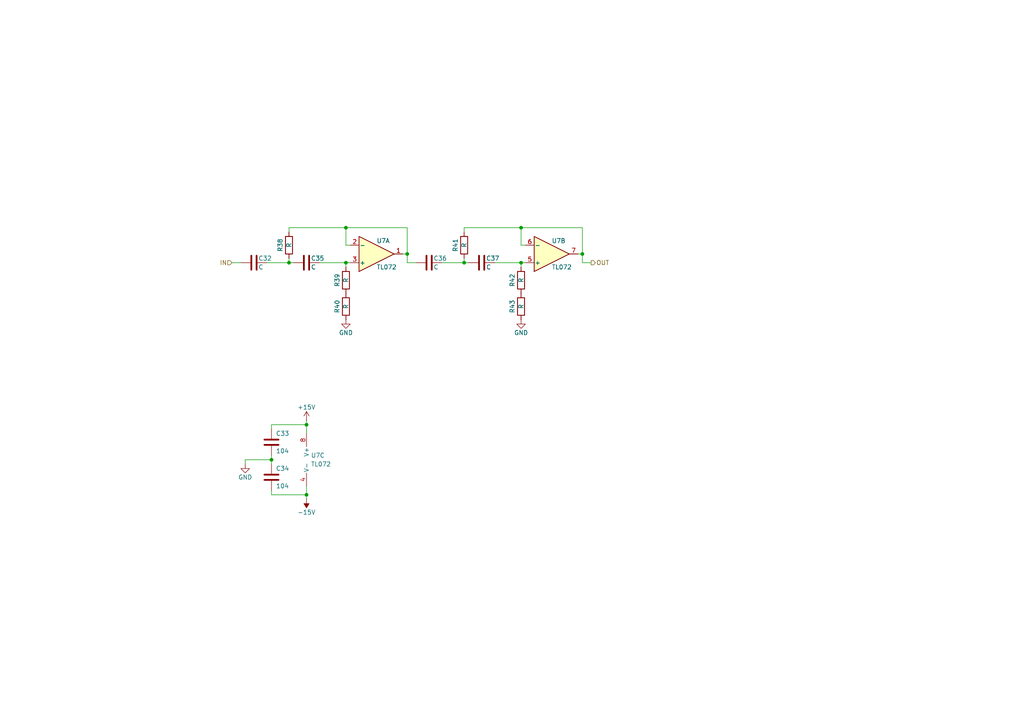
<source format=kicad_sch>
(kicad_sch (version 20231120) (generator "eeschema") (generator_version "8.0")
  (paper "A4")
  (title_block (title "Electronic crossover for 2.1 audio systems") (company "Haos Redro"))
  (lib_symbols
    (symbol "Amplifier_Operational:TL072" (pin_names (offset 0.127))
      (property "Reference" "U" (at 0 5.08 0))
      (property "Value" "TL072" (at 0 -5.08 0))
      (symbol "TL072_1_1"
        (polyline (pts (xy -5.08 5.08) (xy 5.08 0) (xy -5.08 -5.08) (xy -5.08 5.08)) (stroke (width 0.254)) (fill (type background)))
        (pin output line (at 7.62 0 180) (length 2.54) (name "~") (number "1"))
        (pin input line (at -7.62 -2.54 0) (length 2.54) (name "-") (number "2"))
        (pin input line (at -7.62 2.54 0) (length 2.54) (name "+") (number "3"))
      )
      (symbol "TL072_2_1"
        (polyline (pts (xy -5.08 5.08) (xy 5.08 0) (xy -5.08 -5.08) (xy -5.08 5.08)) (stroke (width 0.254)) (fill (type background)))
        (pin input line (at -7.62 2.54 0) (length 2.54) (name "+") (number "5"))
        (pin input line (at -7.62 -2.54 0) (length 2.54) (name "-") (number "6"))
        (pin output line (at 7.62 0 180) (length 2.54) (name "~") (number "7"))
      )
      (symbol "TL072_3_1"
        (pin power_in line (at -2.54 -7.62 90) (length 3.81) (name "V-") (number "4"))
        (pin power_in line (at -2.54 7.62 270) (length 3.81) (name "V+") (number "8"))
      )
    )
    (symbol "Device:C" (pin_numbers hide) (pin_names (offset 0.254))
      (property "Reference" "C" (at 0.635 2.54 0))
      (property "Value" "C" (at 0.635 -2.54 0))
      (symbol "C_0_1"
        (polyline (pts (xy -2.032 -0.762) (xy 2.032 -0.762)) (stroke (width 0.508)))
        (polyline (pts (xy -2.032 0.762) (xy 2.032 0.762)) (stroke (width 0.508)))
      )
      (symbol "C_1_1"
        (pin passive line (at 0 3.81 270) (length 2.794) (name "~") (number "1"))
        (pin passive line (at 0 -3.81 90) (length 2.794) (name "~") (number "2"))
      )
    )
    (symbol "Device:R" (pin_numbers hide) (pin_names (offset 0))
      (property "Reference" "R" (at 2.032 0 90))
      (property "Value" "R" (at 0 0 90))
      (symbol "R_0_1"
        (rectangle (start -1.016 -2.54) (end 1.016 2.54) (stroke (width 0.254)))
      )
      (symbol "R_1_1"
        (pin passive line (at 0 3.81 270) (length 1.27) (name "~") (number "1"))
        (pin passive line (at 0 -3.81 90) (length 1.27) (name "~") (number "2"))
      )
    )
    (symbol "power:+15V" (power) (pin_numbers hide) (pin_names (offset 0) hide)
      (property "Value" "+15V" (at 0 3.556 0))
      (symbol "+15V_0_1"
        (polyline (pts (xy -0.762 1.27) (xy 0 2.54)))
        (polyline (pts (xy 0 0) (xy 0 2.54)))
        (polyline (pts (xy 0 2.54) (xy 0.762 1.27)))
      )
      (symbol "+15V_1_1"
        (pin power_in line (at 0 0 90) (length 0) (name "~") (number "1"))
      )
    )
    (symbol "power:-15V" (power) (pin_numbers hide) (pin_names (offset 0) hide)
      (property "Value" "-15V" (at 0 3.556 0))
      (symbol "-15V_0_0"
        (pin power_in line (at 0 0 90) (length 0) (name "~") (number "1"))
      )
      (symbol "-15V_0_1"
        (polyline (pts (xy 0 0) (xy 0 1.27) (xy 0.762 1.27) (xy 0 2.54) (xy -0.762 1.27) (xy 0 1.27)) (fill (type outline)))
      )
    )
    (symbol "power:GND" (power) (pin_numbers hide) (pin_names (offset 0) hide)
      (property "Value" "GND" (at 0 -3.81 0))
      (symbol "GND_0_1"
        (polyline (pts (xy 0 0) (xy 0 -1.27) (xy 1.27 -1.27) (xy 0 -2.54) (xy -1.27 -1.27) (xy 0 -1.27)))
      )
      (symbol "GND_1_1"
        (pin power_in line (at 0 0 270) (length 0) (name "~") (number "1"))
      )
    )
  )
  (junction (at 88.9 123.19))
  (junction (at 83.82 76.2))
  (junction (at 100.33 66.04))
  (junction (at 151.13 76.2))
  (junction (at 118.11 73.66))
  (junction (at 100.33 76.2))
  (junction (at 134.62 76.2))
  (junction (at 168.91 73.66))
  (junction (at 88.9 143.51))
  (junction (at 78.74 133.35))
  (junction (at 151.13 66.04))
  (wire (pts (xy 67.31 76.2) (xy 69.85 76.2)))
  (wire (pts (xy 83.82 74.93) (xy 83.82 76.2)))
  (wire (pts (xy 118.11 66.04) (xy 118.11 73.66)))
  (wire (pts (xy 151.13 71.12) (xy 152.4 71.12)))
  (wire (pts (xy 88.9 123.19) (xy 88.9 125.73)))
  (wire (pts (xy 83.82 66.04) (xy 100.33 66.04)))
  (wire (pts (xy 78.74 133.35) (xy 71.12 133.35)))
  (wire (pts (xy 134.62 74.93) (xy 134.62 76.2)))
  (wire (pts (xy 151.13 66.04) (xy 168.91 66.04)))
  (wire (pts (xy 151.13 66.04) (xy 151.13 71.12)))
  (wire (pts (xy 71.12 133.35) (xy 71.12 134.62)))
  (wire (pts (xy 78.74 133.35) (xy 78.74 134.62)))
  (wire (pts (xy 134.62 76.2) (xy 135.89 76.2)))
  (wire (pts (xy 83.82 67.31) (xy 83.82 66.04)))
  (wire (pts (xy 168.91 66.04) (xy 168.91 73.66)))
  (wire (pts (xy 168.91 76.2) (xy 171.45 76.2)))
  (wire (pts (xy 78.74 124.46) (xy 78.74 123.19)))
  (wire (pts (xy 88.9 143.51) (xy 88.9 140.97)))
  (wire (pts (xy 100.33 66.04) (xy 118.11 66.04)))
  (wire (pts (xy 168.91 73.66) (xy 167.64 73.66)))
  (wire (pts (xy 116.84 73.66) (xy 118.11 73.66)))
  (wire (pts (xy 78.74 142.24) (xy 78.74 143.51)))
  (wire (pts (xy 88.9 121.92) (xy 88.9 123.19)))
  (wire (pts (xy 92.71 76.2) (xy 100.33 76.2)))
  (wire (pts (xy 134.62 66.04) (xy 151.13 66.04)))
  (wire (pts (xy 83.82 76.2) (xy 85.09 76.2)))
  (wire (pts (xy 100.33 76.2) (xy 101.6 76.2)))
  (wire (pts (xy 100.33 66.04) (xy 100.33 71.12)))
  (wire (pts (xy 134.62 67.31) (xy 134.62 66.04)))
  (wire (pts (xy 100.33 71.12) (xy 101.6 71.12)))
  (wire (pts (xy 118.11 73.66) (xy 118.11 76.2)))
  (wire (pts (xy 88.9 143.51) (xy 88.9 144.78)))
  (wire (pts (xy 78.74 143.51) (xy 88.9 143.51)))
  (wire (pts (xy 77.47 76.2) (xy 83.82 76.2)))
  (wire (pts (xy 128.27 76.2) (xy 134.62 76.2)))
  (wire (pts (xy 78.74 123.19) (xy 88.9 123.19)))
  (wire (pts (xy 143.51 76.2) (xy 151.13 76.2)))
  (wire (pts (xy 100.33 76.2) (xy 100.33 77.47)))
  (wire (pts (xy 151.13 76.2) (xy 151.13 77.47)))
  (wire (pts (xy 118.11 76.2) (xy 120.65 76.2)))
  (wire (pts (xy 168.91 76.2) (xy 168.91 73.66)))
  (wire (pts (xy 151.13 76.2) (xy 152.4 76.2)))
  (wire (pts (xy 78.74 132.08) (xy 78.74 133.35)))
  (hierarchical_label "IN" (shape input) (at 67.31 76.2 180))
  (hierarchical_label "OUT" (shape output) (at 171.45 76.2 0))
  (symbol (lib_id "Amplifier_Operational:TL072") (at 109.22 73.66 0) (mirror x) (unit 1)
    (property "Reference" "U8" (at 109.22 69.85 0) (effects (justify left)))
    (property "Value" "TL072" (at 109.22 77.47 0) (effects (justify left)))
    (property "Footprint" "Package_SO:SOIC-8_3.9x4.9mm_P1.27mm" (effects (hide yes)))
    (property "Datasheet" "http://www.ti.com/lit/ds/symlink/tl071.pdf" (effects (hide yes)))
    (property "Description" "Dual Low-Noise JFET-Input Operational Amplifiers, DIP-8/SOIC-8" (effects (hide yes)))
    (instances (project "" (path "" (reference "U7") (unit 1)) (path "" (reference "U14") (unit 1)) (path "" (reference "U13") (unit 1)) (path "" (reference "U8") (unit 1))))
  )
  (symbol (lib_id "Device:C") (at 78.74 128.27 0) (unit 1)
    (property "Reference" "C39" (at 80.01 125.73 0) (effects (justify left)))
    (property "Value" "104" (at 80.01 130.81 0) (effects (justify left)))
    (property "Footprint" "Capacitor_SMD:C_0805_2012Metric" (effects (hide yes)))
    (property "Description" "Unpolarized capacitor" (effects (hide yes)))
    (instances (project "" (path "" (reference "C33") (unit 1)) (path "" (reference "C81") (unit 1)) (path "" (reference "C75") (unit 1)) (path "" (reference "C39") (unit 1))))
  )
  (symbol (lib_id "Device:C") (at 78.74 138.43 0) (unit 1)
    (property "Reference" "C34" (at 80.01 135.89 0) (effects (justify left)))
    (property "Value" "104" (at 80.01 140.97 0) (effects (justify left)))
    (property "Footprint" "Capacitor_SMD:C_0805_2012Metric" (effects (hide yes)))
    (property "Description" "Unpolarized capacitor" (effects (hide yes)))
    (instances (project "0000.011D" (path "" (reference "C34") (unit 1)) (path "" (reference "C82") (unit 1)) (path "" (reference "C76") (unit 1)) (path "" (reference "C40") (unit 1))))
  )
  (symbol (lib_id "Device:R") (at 151.13 88.9 180) (unit 1)
    (property "Reference" "R43" (at 148.59 88.9 90))
    (property "Value" "R" (at 151.13 88.9 90))
    (property "Footprint" "Resistor_SMD:R_0805_2012Metric" (effects (hide yes)))
    (property "Description" "Resistor" (effects (hide yes)))
    (instances (project "0000.011D" (path "" (reference "R43") (unit 1)) (path "" (reference "R79") (unit 1)) (path "" (reference "R73") (unit 1)) (path "" (reference "R49") (unit 1))))
  )
  (symbol (lib_id "Device:C") (at 73.66 76.2 90) (unit 1)
    (property "Reference" "C32" (at 74.93 74.93 90) (effects (justify right)))
    (property "Value" "C" (at 74.93 77.47 90) (effects (justify right)))
    (property "Footprint" "Capacitor_THT:C_Rect_L7.2mm_W7.2mm_P5.00mm_FKS2_FKP2_MKS2_MKP2" (effects (hide yes)))
    (property "Description" "Unpolarized capacitor" (effects (hide yes)))
    (instances (project "0000.011D" (path "" (reference "C32") (unit 1)) (path "" (reference "C80") (unit 1)) (path "" (reference "C74") (unit 1)) (path "" (reference "C38") (unit 1))))
  )
  (symbol (lib_id "power:+15V") (at 88.9 121.92 0) (unit 1)
    (property "Reference" "#PWR040" (effects (hide yes)))
    (property "Value" "+15V" (at 88.9 118.11 0))
    (property "Description" "Power symbol creates a global label with name \"+15V\"" (effects (hide yes)))
    (instances (project "" (path "" (reference "#PWR035") (unit 1)) (path "" (reference "#PWR070") (unit 1)) (path "" (reference "#PWR065") (unit 1)) (path "" (reference "#PWR040") (unit 1))))
  )
  (symbol (lib_id "power:-15V") (at 88.9 144.78 0) (mirror x) (unit 1)
    (property "Reference" "#PWR041" (effects (hide yes)))
    (property "Value" "-15V" (at 88.9 148.59 0))
    (property "Description" "Power symbol creates a global label with name \"-15V\"" (effects (hide yes)))
    (instances (project "" (path "" (reference "#PWR036") (unit 1)) (path "" (reference "#PWR071") (unit 1)) (path "" (reference "#PWR066") (unit 1)) (path "" (reference "#PWR041") (unit 1))))
  )
  (symbol (lib_id "Device:R") (at 151.13 81.28 180) (unit 1)
    (property "Reference" "R42" (at 148.59 81.28 90))
    (property "Value" "R" (at 151.13 81.28 90))
    (property "Footprint" "Resistor_SMD:R_0805_2012Metric" (effects (hide yes)))
    (property "Description" "Resistor" (effects (hide yes)))
    (instances (project "0000.011D" (path "" (reference "R42") (unit 1)) (path "" (reference "R78") (unit 1)) (path "" (reference "R72") (unit 1)) (path "" (reference "R48") (unit 1))))
  )
  (symbol (lib_id "power:GND") (at 151.13 92.71 0) (unit 1)
    (property "Reference" "#PWR043" (effects (hide yes)))
    (property "Value" "GND" (at 151.13 96.52 0))
    (property "Description" "Power symbol creates a global label with name \"GND\" , ground" (effects (hide yes)))
    (instances (project "" (path "" (reference "#PWR038") (unit 1)) (path "" (reference "#PWR073") (unit 1)) (path "" (reference "#PWR068") (unit 1)) (path "" (reference "#PWR043") (unit 1))))
  )
  (symbol (lib_id "power:GND") (at 71.12 134.62 0) (unit 1)
    (property "Reference" "#PWR034" (effects (hide yes)))
    (property "Value" "GND" (at 71.12 138.43 0))
    (property "Description" "Power symbol creates a global label with name \"GND\" , ground" (effects (hide yes)))
    (instances (project "0000.011D" (path "" (reference "#PWR034") (unit 1)) (path "" (reference "#PWR069") (unit 1)) (path "" (reference "#PWR064") (unit 1)) (path "" (reference "#PWR039") (unit 1))))
  )
  (symbol (lib_id "Device:C") (at 139.7 76.2 90) (unit 1)
    (property "Reference" "C37" (at 140.97 74.93 90) (effects (justify right)))
    (property "Value" "C" (at 140.97 77.47 90) (effects (justify right)))
    (property "Footprint" "Capacitor_THT:C_Rect_L7.2mm_W7.2mm_P5.00mm_FKS2_FKP2_MKS2_MKP2" (effects (hide yes)))
    (property "Description" "Unpolarized capacitor" (effects (hide yes)))
    (instances (project "0000.011D" (path "" (reference "C37") (unit 1)) (path "" (reference "C85") (unit 1)) (path "" (reference "C79") (unit 1)) (path "" (reference "C43") (unit 1))))
  )
  (symbol (lib_id "Amplifier_Operational:TL072") (at 91.44 133.35 0) (unit 3)
    (property "Reference" "U8" (at 90.17 132.0799 0) (effects (justify left)))
    (property "Value" "TL072" (at 90.17 134.6199 0) (effects (justify left)))
    (property "Footprint" "Package_SO:SOIC-8_3.9x4.9mm_P1.27mm" (effects (hide yes)))
    (property "Datasheet" "http://www.ti.com/lit/ds/symlink/tl071.pdf" (effects (hide yes)))
    (property "Description" "Dual Low-Noise JFET-Input Operational Amplifiers, DIP-8/SOIC-8" (effects (hide yes)))
    (instances (project "" (path "" (reference "U7") (unit 3)) (path "" (reference "U14") (unit 3)) (path "" (reference "U13") (unit 3)) (path "" (reference "U8") (unit 3))))
  )
  (symbol (lib_id "Amplifier_Operational:TL072") (at 160.02 73.66 0) (mirror x) (unit 2)
    (property "Reference" "U8" (at 160.02 69.85 0) (effects (justify left)))
    (property "Value" "TL072" (at 160.02 77.47 0) (effects (justify left)))
    (property "Footprint" "Package_SO:SOIC-8_3.9x4.9mm_P1.27mm" (effects (hide yes)))
    (property "Datasheet" "http://www.ti.com/lit/ds/symlink/tl071.pdf" (effects (hide yes)))
    (property "Description" "Dual Low-Noise JFET-Input Operational Amplifiers, DIP-8/SOIC-8" (effects (hide yes)))
    (instances (project "" (path "" (reference "U7") (unit 2)) (path "" (reference "U14") (unit 2)) (path "" (reference "U13") (unit 2)) (path "" (reference "U8") (unit 2))))
  )
  (symbol (lib_id "Device:R") (at 134.62 71.12 180) (unit 1)
    (property "Reference" "R41" (at 132.08 71.12 90))
    (property "Value" "R" (at 134.62 71.12 90))
    (property "Footprint" "Resistor_SMD:R_0805_2012Metric" (effects (hide yes)))
    (property "Description" "Resistor" (effects (hide yes)))
    (instances (project "0000.011D" (path "" (reference "R41") (unit 1)) (path "" (reference "R77") (unit 1)) (path "" (reference "R71") (unit 1)) (path "" (reference "R47") (unit 1))))
  )
  (symbol (lib_id "Device:C") (at 124.46 76.2 90) (unit 1)
    (property "Reference" "C36" (at 125.73 74.93 90) (effects (justify right)))
    (property "Value" "C" (at 125.73 77.47 90) (effects (justify right)))
    (property "Footprint" "Capacitor_THT:C_Rect_L7.2mm_W7.2mm_P5.00mm_FKS2_FKP2_MKS2_MKP2" (effects (hide yes)))
    (property "Description" "Unpolarized capacitor" (effects (hide yes)))
    (instances (project "0000.011D" (path "" (reference "C36") (unit 1)) (path "" (reference "C84") (unit 1)) (path "" (reference "C78") (unit 1)) (path "" (reference "C42") (unit 1))))
  )
  (symbol (lib_id "Device:R") (at 83.82 71.12 180) (unit 1)
    (property "Reference" "R44" (at 81.28 71.12 90))
    (property "Value" "R" (at 83.82 71.12 90))
    (property "Footprint" "Resistor_SMD:R_0805_2012Metric" (effects (hide yes)))
    (property "Description" "Resistor" (effects (hide yes)))
    (instances (project "" (path "" (reference "R38") (unit 1)) (path "" (reference "R74") (unit 1)) (path "" (reference "R68") (unit 1)) (path "" (reference "R44") (unit 1))))
  )
  (symbol (lib_id "Device:R") (at 100.33 88.9 180) (unit 1)
    (property "Reference" "R40" (at 97.79 88.9 90))
    (property "Value" "R" (at 100.33 88.9 90))
    (property "Footprint" "Resistor_SMD:R_0805_2012Metric" (effects (hide yes)))
    (property "Description" "Resistor" (effects (hide yes)))
    (instances (project "0000.011D" (path "" (reference "R40") (unit 1)) (path "" (reference "R76") (unit 1)) (path "" (reference "R70") (unit 1)) (path "" (reference "R46") (unit 1))))
  )
  (symbol (lib_id "power:GND") (at 100.33 92.71 0) (unit 1)
    (property "Reference" "#PWR042" (effects (hide yes)))
    (property "Value" "GND" (at 100.33 96.52 0))
    (property "Description" "Power symbol creates a global label with name \"GND\" , ground" (effects (hide yes)))
    (instances (project "" (path "" (reference "#PWR037") (unit 1)) (path "" (reference "#PWR072") (unit 1)) (path "" (reference "#PWR067") (unit 1)) (path "" (reference "#PWR042") (unit 1))))
  )
  (symbol (lib_id "Device:R") (at 100.33 81.28 180) (unit 1)
    (property "Reference" "R39" (at 97.79 81.28 90))
    (property "Value" "R" (at 100.33 81.28 90))
    (property "Footprint" "Resistor_SMD:R_0805_2012Metric" (effects (hide yes)))
    (property "Description" "Resistor" (effects (hide yes)))
    (instances (project "0000.011D" (path "" (reference "R39") (unit 1)) (path "" (reference "R75") (unit 1)) (path "" (reference "R69") (unit 1)) (path "" (reference "R45") (unit 1))))
  )
  (symbol (lib_id "Device:C") (at 88.9 76.2 90) (unit 1)
    (property "Reference" "C41" (at 90.17 74.93 90) (effects (justify right)))
    (property "Value" "C" (at 90.17 77.47 90) (effects (justify right)))
    (property "Footprint" "Capacitor_THT:C_Rect_L7.2mm_W7.2mm_P5.00mm_FKS2_FKP2_MKS2_MKP2" (effects (hide yes)))
    (property "Description" "Unpolarized capacitor" (effects (hide yes)))
    (instances (project "" (path "" (reference "C35") (unit 1)) (path "" (reference "C83") (unit 1)) (path "" (reference "C77") (unit 1)) (path "" (reference "C41") (unit 1))))
  )
)
</source>
